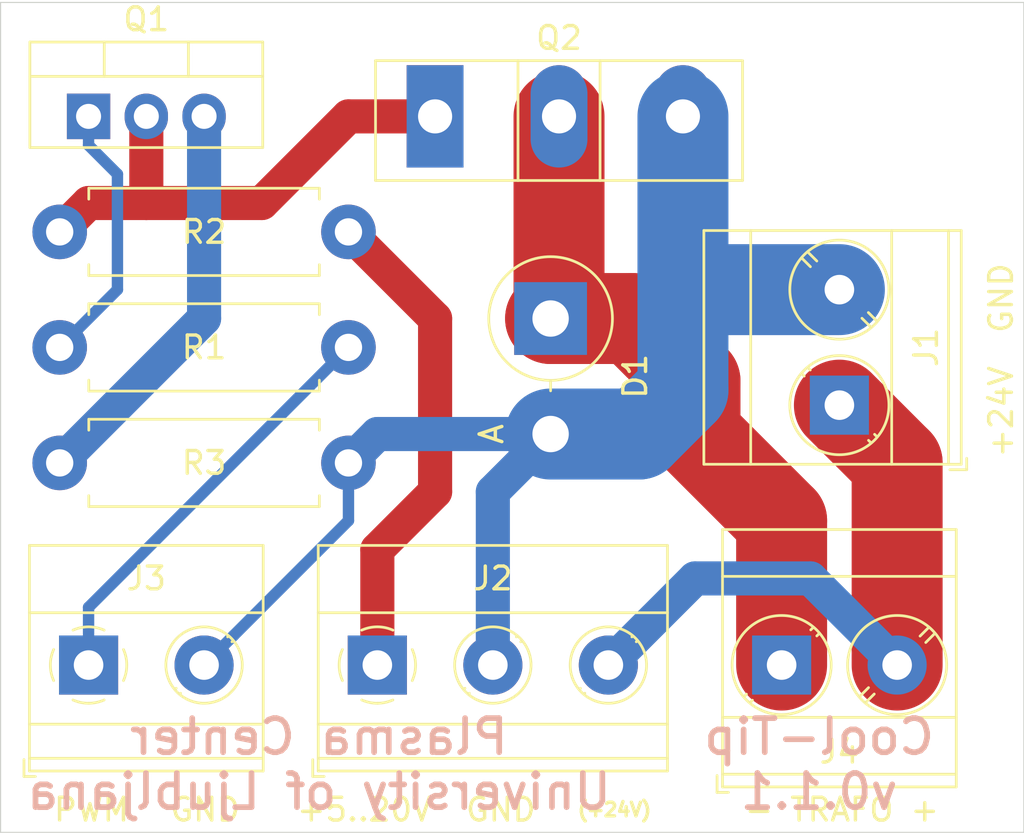
<source format=kicad_pcb>
(kicad_pcb (version 20171130) (host pcbnew "(5.1.2)-1")

  (general
    (thickness 1.6)
    (drawings 14)
    (tracks 43)
    (zones 0)
    (modules 10)
    (nets 9)
  )

  (page A4)
  (title_block
    (title "Flyback driver Cool-Tip")
    (date 2020-02-17)
    (rev v0.1.2)
    (company "University of Ljubljana, Biotechnical faculty")
  )

  (layers
    (0 F.Cu signal)
    (31 B.Cu signal)
    (32 B.Adhes user)
    (33 F.Adhes user)
    (34 B.Paste user)
    (35 F.Paste user)
    (36 B.SilkS user)
    (37 F.SilkS user)
    (38 B.Mask user)
    (39 F.Mask user)
    (40 Dwgs.User user)
    (41 Cmts.User user)
    (42 Eco1.User user)
    (43 Eco2.User user)
    (44 Edge.Cuts user)
    (45 Margin user)
    (46 B.CrtYd user)
    (47 F.CrtYd user)
    (48 B.Fab user)
    (49 F.Fab user)
  )

  (setup
    (last_trace_width 0.25)
    (trace_clearance 0.2)
    (zone_clearance 0.508)
    (zone_45_only no)
    (trace_min 0.25)
    (via_size 0.8)
    (via_drill 0.4)
    (via_min_size 0.4)
    (via_min_drill 0.3)
    (uvia_size 0.3)
    (uvia_drill 0.1)
    (uvias_allowed no)
    (uvia_min_size 0.2)
    (uvia_min_drill 0.1)
    (edge_width 0.05)
    (segment_width 0.2)
    (pcb_text_width 0.3)
    (pcb_text_size 1.5 1.5)
    (mod_edge_width 0.12)
    (mod_text_size 1 1)
    (mod_text_width 0.15)
    (pad_size 3.2 3.2)
    (pad_drill 1.6)
    (pad_to_mask_clearance 0.051)
    (solder_mask_min_width 0.25)
    (aux_axis_origin 0 0)
    (visible_elements 7FFFFFFF)
    (pcbplotparams
      (layerselection 0x010fc_ffffffff)
      (usegerberextensions false)
      (usegerberattributes false)
      (usegerberadvancedattributes false)
      (creategerberjobfile false)
      (excludeedgelayer true)
      (linewidth 0.100000)
      (plotframeref false)
      (viasonmask false)
      (mode 1)
      (useauxorigin false)
      (hpglpennumber 1)
      (hpglpenspeed 20)
      (hpglpendiameter 15.000000)
      (psnegative false)
      (psa4output false)
      (plotreference true)
      (plotvalue true)
      (plotinvisibletext false)
      (padsonsilk false)
      (subtractmaskfromsilk false)
      (outputformat 1)
      (mirror false)
      (drillshape 1)
      (scaleselection 1)
      (outputdirectory ""))
  )

  (net 0 "")
  (net 1 "Net-(D1-Pad1)")
  (net 2 GND)
  (net 3 +24V)
  (net 4 +12V)
  (net 5 "Net-(J3-Pad1)")
  (net 6 "Net-(Q1-Pad1)")
  (net 7 "Net-(Q1-Pad2)")
  (net 8 "Net-(Q1-Pad3)")

  (net_class Default "Dies ist die voreingestellte Netzklasse."
    (clearance 0.2)
    (trace_width 0.25)
    (via_dia 0.8)
    (via_drill 0.4)
    (uvia_dia 0.3)
    (uvia_drill 0.1)
    (add_net +12V)
    (add_net +24V)
    (add_net GND)
    (add_net "Net-(D1-Pad1)")
    (add_net "Net-(J3-Pad1)")
    (add_net "Net-(Q1-Pad1)")
    (add_net "Net-(Q1-Pad2)")
    (add_net "Net-(Q1-Pad3)")
  )

  (module Resistor_THT:R_Axial_DIN0411_L9.9mm_D3.6mm_P12.70mm_Horizontal (layer F.Cu) (tedit 5AE5139B) (tstamp 5E43FF75)
    (at 101.6 95.25)
    (descr "Resistor, Axial_DIN0411 series, Axial, Horizontal, pin pitch=12.7mm, 1W, length*diameter=9.9*3.6mm^2")
    (tags "Resistor Axial_DIN0411 series Axial Horizontal pin pitch 12.7mm 1W length 9.9mm diameter 3.6mm")
    (path /5E47E572)
    (fp_text reference R3 (at 6.35 0) (layer F.SilkS)
      (effects (font (size 1 1) (thickness 0.15)))
    )
    (fp_text value 4R7 (at 6.35 1.27) (layer F.Fab)
      (effects (font (size 1 1) (thickness 0.15)))
    )
    (fp_text user %R (at 6.35 0) (layer F.Fab)
      (effects (font (size 1 1) (thickness 0.15)))
    )
    (fp_line (start 14.15 -2.05) (end -1.45 -2.05) (layer F.CrtYd) (width 0.05))
    (fp_line (start 14.15 2.05) (end 14.15 -2.05) (layer F.CrtYd) (width 0.05))
    (fp_line (start -1.45 2.05) (end 14.15 2.05) (layer F.CrtYd) (width 0.05))
    (fp_line (start -1.45 -2.05) (end -1.45 2.05) (layer F.CrtYd) (width 0.05))
    (fp_line (start 11.42 1.92) (end 11.42 1.44) (layer F.SilkS) (width 0.12))
    (fp_line (start 1.28 1.92) (end 11.42 1.92) (layer F.SilkS) (width 0.12))
    (fp_line (start 1.28 1.44) (end 1.28 1.92) (layer F.SilkS) (width 0.12))
    (fp_line (start 11.42 -1.92) (end 11.42 -1.44) (layer F.SilkS) (width 0.12))
    (fp_line (start 1.28 -1.92) (end 11.42 -1.92) (layer F.SilkS) (width 0.12))
    (fp_line (start 1.28 -1.44) (end 1.28 -1.92) (layer F.SilkS) (width 0.12))
    (fp_line (start 12.7 0) (end 11.3 0) (layer F.Fab) (width 0.1))
    (fp_line (start 0 0) (end 1.4 0) (layer F.Fab) (width 0.1))
    (fp_line (start 11.3 -1.8) (end 1.4 -1.8) (layer F.Fab) (width 0.1))
    (fp_line (start 11.3 1.8) (end 11.3 -1.8) (layer F.Fab) (width 0.1))
    (fp_line (start 1.4 1.8) (end 11.3 1.8) (layer F.Fab) (width 0.1))
    (fp_line (start 1.4 -1.8) (end 1.4 1.8) (layer F.Fab) (width 0.1))
    (pad 2 thru_hole oval (at 12.7 0) (size 2.4 2.4) (drill 1.2) (layers *.Cu *.Mask)
      (net 2 GND))
    (pad 1 thru_hole circle (at 0 0) (size 2.4 2.4) (drill 1.2) (layers *.Cu *.Mask)
      (net 8 "Net-(Q1-Pad3)"))
    (model ${KISYS3DMOD}/Resistor_THT.3dshapes/R_Axial_DIN0411_L9.9mm_D3.6mm_P12.70mm_Horizontal.wrl
      (at (xyz 0 0 0))
      (scale (xyz 1 1 1))
      (rotate (xyz 0 0 0))
    )
  )

  (module Resistor_THT:R_Axial_DIN0411_L9.9mm_D3.6mm_P12.70mm_Horizontal (layer F.Cu) (tedit 5AE5139B) (tstamp 5E43B4CF)
    (at 101.6 90.17)
    (descr "Resistor, Axial_DIN0411 series, Axial, Horizontal, pin pitch=12.7mm, 1W, length*diameter=9.9*3.6mm^2")
    (tags "Resistor Axial_DIN0411 series Axial Horizontal pin pitch 12.7mm 1W length 9.9mm diameter 3.6mm")
    (path /5E42AE96)
    (fp_text reference R1 (at 6.35 0) (layer F.SilkS)
      (effects (font (size 1 1) (thickness 0.15)))
    )
    (fp_text value 330R (at 6.35 1.27) (layer F.Fab)
      (effects (font (size 1 1) (thickness 0.15)))
    )
    (fp_text user %R (at 6.35 0) (layer F.Fab)
      (effects (font (size 1 1) (thickness 0.15)))
    )
    (fp_line (start 14.15 -2.05) (end -1.45 -2.05) (layer F.CrtYd) (width 0.05))
    (fp_line (start 14.15 2.05) (end 14.15 -2.05) (layer F.CrtYd) (width 0.05))
    (fp_line (start -1.45 2.05) (end 14.15 2.05) (layer F.CrtYd) (width 0.05))
    (fp_line (start -1.45 -2.05) (end -1.45 2.05) (layer F.CrtYd) (width 0.05))
    (fp_line (start 11.42 1.92) (end 11.42 1.44) (layer F.SilkS) (width 0.12))
    (fp_line (start 1.28 1.92) (end 11.42 1.92) (layer F.SilkS) (width 0.12))
    (fp_line (start 1.28 1.44) (end 1.28 1.92) (layer F.SilkS) (width 0.12))
    (fp_line (start 11.42 -1.92) (end 11.42 -1.44) (layer F.SilkS) (width 0.12))
    (fp_line (start 1.28 -1.92) (end 11.42 -1.92) (layer F.SilkS) (width 0.12))
    (fp_line (start 1.28 -1.44) (end 1.28 -1.92) (layer F.SilkS) (width 0.12))
    (fp_line (start 12.7 0) (end 11.3 0) (layer F.Fab) (width 0.1))
    (fp_line (start 0 0) (end 1.4 0) (layer F.Fab) (width 0.1))
    (fp_line (start 11.3 -1.8) (end 1.4 -1.8) (layer F.Fab) (width 0.1))
    (fp_line (start 11.3 1.8) (end 11.3 -1.8) (layer F.Fab) (width 0.1))
    (fp_line (start 1.4 1.8) (end 11.3 1.8) (layer F.Fab) (width 0.1))
    (fp_line (start 1.4 -1.8) (end 1.4 1.8) (layer F.Fab) (width 0.1))
    (pad 2 thru_hole oval (at 12.7 0) (size 2.4 2.4) (drill 1.2) (layers *.Cu *.Mask)
      (net 5 "Net-(J3-Pad1)"))
    (pad 1 thru_hole circle (at 0 0) (size 2.4 2.4) (drill 1.2) (layers *.Cu *.Mask)
      (net 6 "Net-(Q1-Pad1)"))
    (model ${KISYS3DMOD}/Resistor_THT.3dshapes/R_Axial_DIN0411_L9.9mm_D3.6mm_P12.70mm_Horizontal.wrl
      (at (xyz 0 0 0))
      (scale (xyz 1 1 1))
      (rotate (xyz 0 0 0))
    )
  )

  (module TerminalBlock_Phoenix:TerminalBlock_Phoenix_MKDS-1,5-2-5.08_1x02_P5.08mm_Horizontal (layer F.Cu) (tedit 5B294EBC) (tstamp 5E43B45A)
    (at 102.87 104.14)
    (descr "Terminal Block Phoenix MKDS-1,5-2-5.08, 2 pins, pitch 5.08mm, size 10.2x9.8mm^2, drill diamater 1.3mm, pad diameter 2.6mm, see http://www.farnell.com/datasheets/100425.pdf, script-generated using https://github.com/pointhi/kicad-footprint-generator/scripts/TerminalBlock_Phoenix")
    (tags "THT Terminal Block Phoenix MKDS-1,5-2-5.08 pitch 5.08mm size 10.2x9.8mm^2 drill 1.3mm pad 2.6mm")
    (path /5E431FCB)
    (fp_text reference J3 (at 2.54 -3.81) (layer F.SilkS)
      (effects (font (size 1 1) (thickness 0.15)))
    )
    (fp_text value "PWM IN" (at 2.54 5.66) (layer F.Fab)
      (effects (font (size 1 1) (thickness 0.15)))
    )
    (fp_text user %R (at 2.54 3.2) (layer F.Fab)
      (effects (font (size 1 1) (thickness 0.15)))
    )
    (fp_line (start 8.13 -5.71) (end -3.04 -5.71) (layer F.CrtYd) (width 0.05))
    (fp_line (start 8.13 5.1) (end 8.13 -5.71) (layer F.CrtYd) (width 0.05))
    (fp_line (start -3.04 5.1) (end 8.13 5.1) (layer F.CrtYd) (width 0.05))
    (fp_line (start -3.04 -5.71) (end -3.04 5.1) (layer F.CrtYd) (width 0.05))
    (fp_line (start -2.84 4.9) (end -2.34 4.9) (layer F.SilkS) (width 0.12))
    (fp_line (start -2.84 4.16) (end -2.84 4.9) (layer F.SilkS) (width 0.12))
    (fp_line (start 3.853 1.023) (end 3.806 1.069) (layer F.SilkS) (width 0.12))
    (fp_line (start 6.15 -1.275) (end 6.115 -1.239) (layer F.SilkS) (width 0.12))
    (fp_line (start 4.046 1.239) (end 4.011 1.274) (layer F.SilkS) (width 0.12))
    (fp_line (start 6.355 -1.069) (end 6.308 -1.023) (layer F.SilkS) (width 0.12))
    (fp_line (start 6.035 -1.138) (end 3.943 0.955) (layer F.Fab) (width 0.1))
    (fp_line (start 6.218 -0.955) (end 4.126 1.138) (layer F.Fab) (width 0.1))
    (fp_line (start 0.955 -1.138) (end -1.138 0.955) (layer F.Fab) (width 0.1))
    (fp_line (start 1.138 -0.955) (end -0.955 1.138) (layer F.Fab) (width 0.1))
    (fp_line (start 7.68 -5.261) (end 7.68 4.66) (layer F.SilkS) (width 0.12))
    (fp_line (start -2.6 -5.261) (end -2.6 4.66) (layer F.SilkS) (width 0.12))
    (fp_line (start -2.6 4.66) (end 7.68 4.66) (layer F.SilkS) (width 0.12))
    (fp_line (start -2.6 -5.261) (end 7.68 -5.261) (layer F.SilkS) (width 0.12))
    (fp_line (start -2.6 -2.301) (end 7.68 -2.301) (layer F.SilkS) (width 0.12))
    (fp_line (start -2.54 -2.3) (end 7.62 -2.3) (layer F.Fab) (width 0.1))
    (fp_line (start -2.6 2.6) (end 7.68 2.6) (layer F.SilkS) (width 0.12))
    (fp_line (start -2.54 2.6) (end 7.62 2.6) (layer F.Fab) (width 0.1))
    (fp_line (start -2.6 4.1) (end 7.68 4.1) (layer F.SilkS) (width 0.12))
    (fp_line (start -2.54 4.1) (end 7.62 4.1) (layer F.Fab) (width 0.1))
    (fp_line (start -2.54 4.1) (end -2.54 -5.2) (layer F.Fab) (width 0.1))
    (fp_line (start -2.04 4.6) (end -2.54 4.1) (layer F.Fab) (width 0.1))
    (fp_line (start 7.62 4.6) (end -2.04 4.6) (layer F.Fab) (width 0.1))
    (fp_line (start 7.62 -5.2) (end 7.62 4.6) (layer F.Fab) (width 0.1))
    (fp_line (start -2.54 -5.2) (end 7.62 -5.2) (layer F.Fab) (width 0.1))
    (fp_circle (center 5.08 0) (end 6.76 0) (layer F.SilkS) (width 0.12))
    (fp_circle (center 5.08 0) (end 6.58 0) (layer F.Fab) (width 0.1))
    (fp_circle (center 0 0) (end 1.5 0) (layer F.Fab) (width 0.1))
    (fp_arc (start 0 0) (end -0.684 1.535) (angle -25) (layer F.SilkS) (width 0.12))
    (fp_arc (start 0 0) (end -1.535 -0.684) (angle -48) (layer F.SilkS) (width 0.12))
    (fp_arc (start 0 0) (end 0.684 -1.535) (angle -48) (layer F.SilkS) (width 0.12))
    (fp_arc (start 0 0) (end 1.535 0.684) (angle -48) (layer F.SilkS) (width 0.12))
    (fp_arc (start 0 0) (end 0 1.68) (angle -24) (layer F.SilkS) (width 0.12))
    (pad 2 thru_hole circle (at 5.08 0) (size 2.6 2.6) (drill 1.3) (layers *.Cu *.Mask)
      (net 2 GND))
    (pad 1 thru_hole rect (at 0 0) (size 2.6 2.6) (drill 1.3) (layers *.Cu *.Mask)
      (net 5 "Net-(J3-Pad1)"))
    (model ${KISYS3DMOD}/TerminalBlock_Phoenix.3dshapes/TerminalBlock_Phoenix_MKDS-1,5-2-5.08_1x02_P5.08mm_Horizontal.wrl
      (at (xyz 0 0 0))
      (scale (xyz 1 1 1))
      (rotate (xyz 0 0 0))
    )
  )

  (module Diode_THT:D_DO-201AD_P5.08mm_Vertical_AnodeUp (layer F.Cu) (tedit 5AE50CD5) (tstamp 5E43B3D6)
    (at 123.19 88.9 270)
    (descr "Diode, DO-201AD series, Axial, Vertical, pin pitch=5.08mm, , length*diameter=9.5*5.2mm^2, , http://www.diodes.com/_files/packages/DO-201AD.pdf")
    (tags "Diode DO-201AD series Axial Vertical pin pitch 5.08mm  length 9.5mm diameter 5.2mm")
    (path /5E42B65A)
    (fp_text reference D1 (at 2.54 -3.72 90) (layer F.SilkS)
      (effects (font (size 1 1) (thickness 0.15)))
    )
    (fp_text value UF4007 (at 2.54 5.498 90) (layer F.Fab)
      (effects (font (size 1 1) (thickness 0.15)))
    )
    (fp_text user A (at 5.08 2.6 90) (layer F.SilkS)
      (effects (font (size 1 1) (thickness 0.15)))
    )
    (fp_text user A (at 5.08 2.6 90) (layer F.Fab)
      (effects (font (size 1 1) (thickness 0.15)))
    )
    (fp_text user %R (at 2.54 -3.72 90) (layer F.Fab)
      (effects (font (size 1 1) (thickness 0.15)))
    )
    (fp_line (start 6.93 -2.85) (end -2.85 -2.85) (layer F.CrtYd) (width 0.05))
    (fp_line (start 6.93 2.85) (end 6.93 -2.85) (layer F.CrtYd) (width 0.05))
    (fp_line (start -2.85 2.85) (end 6.93 2.85) (layer F.CrtYd) (width 0.05))
    (fp_line (start -2.85 -2.85) (end -2.85 2.85) (layer F.CrtYd) (width 0.05))
    (fp_line (start 2.72 0) (end 3.18 0) (layer F.SilkS) (width 0.12))
    (fp_line (start 0 0) (end 5.08 0) (layer F.Fab) (width 0.1))
    (fp_circle (center 0 0) (end 2.72 0) (layer F.SilkS) (width 0.12))
    (fp_circle (center 0 0) (end 2.6 0) (layer F.Fab) (width 0.1))
    (pad 2 thru_hole oval (at 5.08 0 270) (size 3.2 3.2) (drill 1.6) (layers *.Cu *.Mask)
      (net 2 GND))
    (pad 1 thru_hole rect (at 0 0 270) (size 3.2 3.2) (drill 1.6) (layers *.Cu *.Mask)
      (net 1 "Net-(D1-Pad1)"))
    (model ${KISYS3DMOD}/Diode_THT.3dshapes/D_DO-201AD_P5.08mm_Vertical_AnodeUp.wrl
      (at (xyz 0 0 0))
      (scale (xyz 1 1 1))
      (rotate (xyz 0 0 0))
    )
  )

  (module Package_TO_SOT_THT:TO-247-3_Vertical (layer F.Cu) (tedit 5AC86DC3) (tstamp 5E43B4B8)
    (at 118.11 80.01)
    (descr "TO-247-3, Vertical, RM 5.45mm, see https://toshiba.semicon-storage.com/us/product/mosfet/to-247-4l.html")
    (tags "TO-247-3 Vertical RM 5.45mm")
    (path /5E42CB8F)
    (fp_text reference Q2 (at 5.45 -3.45) (layer F.SilkS)
      (effects (font (size 1 1) (thickness 0.15)))
    )
    (fp_text value IPW60 (at 5.45 3.95) (layer F.Fab)
      (effects (font (size 1 1) (thickness 0.15)))
    )
    (fp_text user %R (at 5.45 -3.45) (layer F.Fab)
      (effects (font (size 1 1) (thickness 0.15)))
    )
    (fp_line (start 13.65 -2.59) (end -2.75 -2.59) (layer F.CrtYd) (width 0.05))
    (fp_line (start 13.65 2.95) (end 13.65 -2.59) (layer F.CrtYd) (width 0.05))
    (fp_line (start -2.75 2.95) (end 13.65 2.95) (layer F.CrtYd) (width 0.05))
    (fp_line (start -2.75 -2.59) (end -2.75 2.95) (layer F.CrtYd) (width 0.05))
    (fp_line (start 7.255 -2.451) (end 7.255 2.82) (layer F.SilkS) (width 0.12))
    (fp_line (start 3.646 -2.451) (end 3.646 2.82) (layer F.SilkS) (width 0.12))
    (fp_line (start 13.52 -2.451) (end 13.52 2.82) (layer F.SilkS) (width 0.12))
    (fp_line (start -2.62 -2.451) (end -2.62 2.82) (layer F.SilkS) (width 0.12))
    (fp_line (start -2.62 2.82) (end 13.52 2.82) (layer F.SilkS) (width 0.12))
    (fp_line (start -2.62 -2.451) (end 13.52 -2.451) (layer F.SilkS) (width 0.12))
    (fp_line (start 7.255 -2.33) (end 7.255 2.7) (layer F.Fab) (width 0.1))
    (fp_line (start 3.645 -2.33) (end 3.645 2.7) (layer F.Fab) (width 0.1))
    (fp_line (start 13.4 -2.33) (end -2.5 -2.33) (layer F.Fab) (width 0.1))
    (fp_line (start 13.4 2.7) (end 13.4 -2.33) (layer F.Fab) (width 0.1))
    (fp_line (start -2.5 2.7) (end 13.4 2.7) (layer F.Fab) (width 0.1))
    (fp_line (start -2.5 -2.33) (end -2.5 2.7) (layer F.Fab) (width 0.1))
    (pad 3 thru_hole oval (at 10.9 0) (size 2.5 4.5) (drill 1.5) (layers *.Cu *.Mask)
      (net 2 GND))
    (pad 2 thru_hole oval (at 5.45 0) (size 2.5 4.5) (drill 1.5) (layers *.Cu *.Mask)
      (net 1 "Net-(D1-Pad1)"))
    (pad 1 thru_hole rect (at 0 0) (size 2.5 4.5) (drill 1.5) (layers *.Cu *.Mask)
      (net 7 "Net-(Q1-Pad2)"))
    (model ${KISYS3DMOD}/Package_TO_SOT_THT.3dshapes/TO-247-3_Vertical.wrl
      (at (xyz 0 0 0))
      (scale (xyz 1 1 1))
      (rotate (xyz 0 0 0))
    )
  )

  (module TerminalBlock_Phoenix:TerminalBlock_Phoenix_MKDS-3-2-5.08_1x02_P5.08mm_Horizontal (layer F.Cu) (tedit 5B294F11) (tstamp 5E43B402)
    (at 135.89 92.71 90)
    (descr "Terminal Block Phoenix MKDS-3-2-5.08, 2 pins, pitch 5.08mm, size 10.2x11.2mm^2, drill diamater 1.3mm, pad diameter 2.6mm, see http://www.farnell.com/datasheets/2138224.pdf, script-generated using https://github.com/pointhi/kicad-footprint-generator/scripts/TerminalBlock_Phoenix")
    (tags "THT Terminal Block Phoenix MKDS-3-2-5.08 pitch 5.08mm size 10.2x11.2mm^2 drill 1.3mm pad 2.6mm")
    (path /5E430B4F)
    (fp_text reference J1 (at 2.54 3.81 90) (layer F.SilkS)
      (effects (font (size 1 1) (thickness 0.15)))
    )
    (fp_text value +24V (at 2.54 6.36 90) (layer F.Fab)
      (effects (font (size 1 1) (thickness 0.15)))
    )
    (fp_text user %R (at 2.54 3.1 90) (layer F.Fab)
      (effects (font (size 1 1) (thickness 0.15)))
    )
    (fp_line (start 8.13 -6.4) (end -3.04 -6.4) (layer F.CrtYd) (width 0.05))
    (fp_line (start 8.13 5.8) (end 8.13 -6.4) (layer F.CrtYd) (width 0.05))
    (fp_line (start -3.04 5.8) (end 8.13 5.8) (layer F.CrtYd) (width 0.05))
    (fp_line (start -3.04 -6.4) (end -3.04 5.8) (layer F.CrtYd) (width 0.05))
    (fp_line (start -2.84 5.6) (end -2.34 5.6) (layer F.SilkS) (width 0.12))
    (fp_line (start -2.84 4.86) (end -2.84 5.6) (layer F.SilkS) (width 0.12))
    (fp_line (start 3.822 0.992) (end 3.427 1.388) (layer F.SilkS) (width 0.12))
    (fp_line (start 6.468 -1.654) (end 6.088 -1.274) (layer F.SilkS) (width 0.12))
    (fp_line (start 4.073 1.274) (end 3.693 1.654) (layer F.SilkS) (width 0.12))
    (fp_line (start 6.734 -1.388) (end 6.339 -0.992) (layer F.SilkS) (width 0.12))
    (fp_line (start 6.353 -1.517) (end 3.564 1.273) (layer F.Fab) (width 0.1))
    (fp_line (start 6.597 -1.273) (end 3.808 1.517) (layer F.Fab) (width 0.1))
    (fp_line (start -1.548 1.281) (end -1.654 1.388) (layer F.SilkS) (width 0.12))
    (fp_line (start 1.388 -1.654) (end 1.281 -1.547) (layer F.SilkS) (width 0.12))
    (fp_line (start -1.282 1.547) (end -1.388 1.654) (layer F.SilkS) (width 0.12))
    (fp_line (start 1.654 -1.388) (end 1.547 -1.281) (layer F.SilkS) (width 0.12))
    (fp_line (start 1.273 -1.517) (end -1.517 1.273) (layer F.Fab) (width 0.1))
    (fp_line (start 1.517 -1.273) (end -1.273 1.517) (layer F.Fab) (width 0.1))
    (fp_line (start 7.68 -5.96) (end 7.68 5.36) (layer F.SilkS) (width 0.12))
    (fp_line (start -2.6 -5.96) (end -2.6 5.36) (layer F.SilkS) (width 0.12))
    (fp_line (start -2.6 5.36) (end 7.68 5.36) (layer F.SilkS) (width 0.12))
    (fp_line (start -2.6 -5.96) (end 7.68 -5.96) (layer F.SilkS) (width 0.12))
    (fp_line (start -2.6 -3.9) (end 7.68 -3.9) (layer F.SilkS) (width 0.12))
    (fp_line (start -2.54 -3.9) (end 7.62 -3.9) (layer F.Fab) (width 0.1))
    (fp_line (start -2.6 2.3) (end 7.68 2.3) (layer F.SilkS) (width 0.12))
    (fp_line (start -2.54 2.3) (end 7.62 2.3) (layer F.Fab) (width 0.1))
    (fp_line (start -2.6 4.8) (end 7.68 4.8) (layer F.SilkS) (width 0.12))
    (fp_line (start -2.54 4.8) (end 7.62 4.8) (layer F.Fab) (width 0.1))
    (fp_line (start -2.54 4.8) (end -2.54 -5.9) (layer F.Fab) (width 0.1))
    (fp_line (start -2.04 5.3) (end -2.54 4.8) (layer F.Fab) (width 0.1))
    (fp_line (start 7.62 5.3) (end -2.04 5.3) (layer F.Fab) (width 0.1))
    (fp_line (start 7.62 -5.9) (end 7.62 5.3) (layer F.Fab) (width 0.1))
    (fp_line (start -2.54 -5.9) (end 7.62 -5.9) (layer F.Fab) (width 0.1))
    (fp_circle (center 5.08 0) (end 7.26 0) (layer F.SilkS) (width 0.12))
    (fp_circle (center 5.08 0) (end 7.08 0) (layer F.Fab) (width 0.1))
    (fp_circle (center 0 0) (end 2.18 0) (layer F.SilkS) (width 0.12))
    (fp_circle (center 0 0) (end 2 0) (layer F.Fab) (width 0.1))
    (pad 2 thru_hole circle (at 5.08 0 90) (size 2.6 2.6) (drill 1.3) (layers *.Cu *.Mask)
      (net 2 GND))
    (pad 1 thru_hole rect (at 0 0 90) (size 2.6 2.6) (drill 1.3) (layers *.Cu *.Mask)
      (net 3 +24V))
    (model ${KISYS3DMOD}/TerminalBlock_Phoenix.3dshapes/TerminalBlock_Phoenix_MKDS-3-2-5.08_1x02_P5.08mm_Horizontal.wrl
      (at (xyz 0 0 0))
      (scale (xyz 1 1 1))
      (rotate (xyz 0 0 0))
    )
  )

  (module TerminalBlock_Phoenix:TerminalBlock_Phoenix_MKDS-3-2-5.08_1x02_P5.08mm_Horizontal (layer F.Cu) (tedit 5B294F11) (tstamp 5E43B486)
    (at 133.35 104.14)
    (descr "Terminal Block Phoenix MKDS-3-2-5.08, 2 pins, pitch 5.08mm, size 10.2x11.2mm^2, drill diamater 1.3mm, pad diameter 2.6mm, see http://www.farnell.com/datasheets/2138224.pdf, script-generated using https://github.com/pointhi/kicad-footprint-generator/scripts/TerminalBlock_Phoenix")
    (tags "THT Terminal Block Phoenix MKDS-3-2-5.08 pitch 5.08mm size 10.2x11.2mm^2 drill 1.3mm pad 2.6mm")
    (path /5E4319B9)
    (fp_text reference J4 (at 2.54 3.81) (layer F.SilkS)
      (effects (font (size 1 1) (thickness 0.15)))
    )
    (fp_text value TRAFO (at 2.54 6.36) (layer F.Fab)
      (effects (font (size 1 1) (thickness 0.15)))
    )
    (fp_text user %R (at 2.54 3.1) (layer F.Fab)
      (effects (font (size 1 1) (thickness 0.15)))
    )
    (fp_line (start 8.13 -6.4) (end -3.04 -6.4) (layer F.CrtYd) (width 0.05))
    (fp_line (start 8.13 5.8) (end 8.13 -6.4) (layer F.CrtYd) (width 0.05))
    (fp_line (start -3.04 5.8) (end 8.13 5.8) (layer F.CrtYd) (width 0.05))
    (fp_line (start -3.04 -6.4) (end -3.04 5.8) (layer F.CrtYd) (width 0.05))
    (fp_line (start -2.84 5.6) (end -2.34 5.6) (layer F.SilkS) (width 0.12))
    (fp_line (start -2.84 4.86) (end -2.84 5.6) (layer F.SilkS) (width 0.12))
    (fp_line (start 3.822 0.992) (end 3.427 1.388) (layer F.SilkS) (width 0.12))
    (fp_line (start 6.468 -1.654) (end 6.088 -1.274) (layer F.SilkS) (width 0.12))
    (fp_line (start 4.073 1.274) (end 3.693 1.654) (layer F.SilkS) (width 0.12))
    (fp_line (start 6.734 -1.388) (end 6.339 -0.992) (layer F.SilkS) (width 0.12))
    (fp_line (start 6.353 -1.517) (end 3.564 1.273) (layer F.Fab) (width 0.1))
    (fp_line (start 6.597 -1.273) (end 3.808 1.517) (layer F.Fab) (width 0.1))
    (fp_line (start -1.548 1.281) (end -1.654 1.388) (layer F.SilkS) (width 0.12))
    (fp_line (start 1.388 -1.654) (end 1.281 -1.547) (layer F.SilkS) (width 0.12))
    (fp_line (start -1.282 1.547) (end -1.388 1.654) (layer F.SilkS) (width 0.12))
    (fp_line (start 1.654 -1.388) (end 1.547 -1.281) (layer F.SilkS) (width 0.12))
    (fp_line (start 1.273 -1.517) (end -1.517 1.273) (layer F.Fab) (width 0.1))
    (fp_line (start 1.517 -1.273) (end -1.273 1.517) (layer F.Fab) (width 0.1))
    (fp_line (start 7.68 -5.96) (end 7.68 5.36) (layer F.SilkS) (width 0.12))
    (fp_line (start -2.6 -5.96) (end -2.6 5.36) (layer F.SilkS) (width 0.12))
    (fp_line (start -2.6 5.36) (end 7.68 5.36) (layer F.SilkS) (width 0.12))
    (fp_line (start -2.6 -5.96) (end 7.68 -5.96) (layer F.SilkS) (width 0.12))
    (fp_line (start -2.6 -3.9) (end 7.68 -3.9) (layer F.SilkS) (width 0.12))
    (fp_line (start -2.54 -3.9) (end 7.62 -3.9) (layer F.Fab) (width 0.1))
    (fp_line (start -2.6 2.3) (end 7.68 2.3) (layer F.SilkS) (width 0.12))
    (fp_line (start -2.54 2.3) (end 7.62 2.3) (layer F.Fab) (width 0.1))
    (fp_line (start -2.6 4.8) (end 7.68 4.8) (layer F.SilkS) (width 0.12))
    (fp_line (start -2.54 4.8) (end 7.62 4.8) (layer F.Fab) (width 0.1))
    (fp_line (start -2.54 4.8) (end -2.54 -5.9) (layer F.Fab) (width 0.1))
    (fp_line (start -2.04 5.3) (end -2.54 4.8) (layer F.Fab) (width 0.1))
    (fp_line (start 7.62 5.3) (end -2.04 5.3) (layer F.Fab) (width 0.1))
    (fp_line (start 7.62 -5.9) (end 7.62 5.3) (layer F.Fab) (width 0.1))
    (fp_line (start -2.54 -5.9) (end 7.62 -5.9) (layer F.Fab) (width 0.1))
    (fp_circle (center 5.08 0) (end 7.26 0) (layer F.SilkS) (width 0.12))
    (fp_circle (center 5.08 0) (end 7.08 0) (layer F.Fab) (width 0.1))
    (fp_circle (center 0 0) (end 2.18 0) (layer F.SilkS) (width 0.12))
    (fp_circle (center 0 0) (end 2 0) (layer F.Fab) (width 0.1))
    (pad 2 thru_hole circle (at 5.08 0) (size 2.6 2.6) (drill 1.3) (layers *.Cu *.Mask)
      (net 3 +24V))
    (pad 1 thru_hole rect (at 0 0) (size 2.6 2.6) (drill 1.3) (layers *.Cu *.Mask)
      (net 1 "Net-(D1-Pad1)"))
    (model ${KISYS3DMOD}/TerminalBlock_Phoenix.3dshapes/TerminalBlock_Phoenix_MKDS-3-2-5.08_1x02_P5.08mm_Horizontal.wrl
      (at (xyz 0 0 0))
      (scale (xyz 1 1 1))
      (rotate (xyz 0 0 0))
    )
  )

  (module Package_TO_SOT_THT:TO-220-3_Vertical (layer F.Cu) (tedit 5AC8BA0D) (tstamp 5E43B4A0)
    (at 102.87 80.01)
    (descr "TO-220-3, Vertical, RM 2.54mm, see https://www.vishay.com/docs/66542/to-220-1.pdf")
    (tags "TO-220-3 Vertical RM 2.54mm")
    (path /5E42A30A)
    (fp_text reference Q1 (at 2.54 -4.27) (layer F.SilkS)
      (effects (font (size 1 1) (thickness 0.15)))
    )
    (fp_text value TIP41C (at 2.54 2.5) (layer F.Fab)
      (effects (font (size 1 1) (thickness 0.15)))
    )
    (fp_line (start -2.46 -3.15) (end -2.46 1.25) (layer F.Fab) (width 0.1))
    (fp_line (start -2.46 1.25) (end 7.54 1.25) (layer F.Fab) (width 0.1))
    (fp_line (start 7.54 1.25) (end 7.54 -3.15) (layer F.Fab) (width 0.1))
    (fp_line (start 7.54 -3.15) (end -2.46 -3.15) (layer F.Fab) (width 0.1))
    (fp_line (start -2.46 -1.88) (end 7.54 -1.88) (layer F.Fab) (width 0.1))
    (fp_line (start 0.69 -3.15) (end 0.69 -1.88) (layer F.Fab) (width 0.1))
    (fp_line (start 4.39 -3.15) (end 4.39 -1.88) (layer F.Fab) (width 0.1))
    (fp_line (start -2.58 -3.27) (end 7.66 -3.27) (layer F.SilkS) (width 0.12))
    (fp_line (start -2.58 1.371) (end 7.66 1.371) (layer F.SilkS) (width 0.12))
    (fp_line (start -2.58 -3.27) (end -2.58 1.371) (layer F.SilkS) (width 0.12))
    (fp_line (start 7.66 -3.27) (end 7.66 1.371) (layer F.SilkS) (width 0.12))
    (fp_line (start -2.58 -1.76) (end 7.66 -1.76) (layer F.SilkS) (width 0.12))
    (fp_line (start 0.69 -3.27) (end 0.69 -1.76) (layer F.SilkS) (width 0.12))
    (fp_line (start 4.391 -3.27) (end 4.391 -1.76) (layer F.SilkS) (width 0.12))
    (fp_line (start -2.71 -3.4) (end -2.71 1.51) (layer F.CrtYd) (width 0.05))
    (fp_line (start -2.71 1.51) (end 7.79 1.51) (layer F.CrtYd) (width 0.05))
    (fp_line (start 7.79 1.51) (end 7.79 -3.4) (layer F.CrtYd) (width 0.05))
    (fp_line (start 7.79 -3.4) (end -2.71 -3.4) (layer F.CrtYd) (width 0.05))
    (fp_text user %R (at 2.54 -4.27) (layer F.Fab)
      (effects (font (size 1 1) (thickness 0.15)))
    )
    (pad 1 thru_hole rect (at 0 0) (size 1.905 2) (drill 1.1) (layers *.Cu *.Mask)
      (net 6 "Net-(Q1-Pad1)"))
    (pad 2 thru_hole oval (at 2.54 0) (size 1.905 2) (drill 1.1) (layers *.Cu *.Mask)
      (net 7 "Net-(Q1-Pad2)"))
    (pad 3 thru_hole oval (at 5.08 0) (size 1.905 2) (drill 1.1) (layers *.Cu *.Mask)
      (net 8 "Net-(Q1-Pad3)"))
    (model ${KISYS3DMOD}/Package_TO_SOT_THT.3dshapes/TO-220-3_Vertical.wrl
      (at (xyz 0 0 0))
      (scale (xyz 1 1 1))
      (rotate (xyz 0 0 0))
    )
  )

  (module Resistor_THT:R_Axial_DIN0411_L9.9mm_D3.6mm_P12.70mm_Horizontal (layer F.Cu) (tedit 5AE5139B) (tstamp 5E43B4E6)
    (at 114.3 85.09 180)
    (descr "Resistor, Axial_DIN0411 series, Axial, Horizontal, pin pitch=12.7mm, 1W, length*diameter=9.9*3.6mm^2")
    (tags "Resistor Axial_DIN0411 series Axial Horizontal pin pitch 12.7mm 1W length 9.9mm diameter 3.6mm")
    (path /5E42AA9D)
    (fp_text reference R2 (at 6.35 0) (layer F.SilkS)
      (effects (font (size 1 1) (thickness 0.15)))
    )
    (fp_text value 47R (at 6.35 -1.27) (layer F.Fab)
      (effects (font (size 1 1) (thickness 0.15)))
    )
    (fp_line (start 1.4 -1.8) (end 1.4 1.8) (layer F.Fab) (width 0.1))
    (fp_line (start 1.4 1.8) (end 11.3 1.8) (layer F.Fab) (width 0.1))
    (fp_line (start 11.3 1.8) (end 11.3 -1.8) (layer F.Fab) (width 0.1))
    (fp_line (start 11.3 -1.8) (end 1.4 -1.8) (layer F.Fab) (width 0.1))
    (fp_line (start 0 0) (end 1.4 0) (layer F.Fab) (width 0.1))
    (fp_line (start 12.7 0) (end 11.3 0) (layer F.Fab) (width 0.1))
    (fp_line (start 1.28 -1.44) (end 1.28 -1.92) (layer F.SilkS) (width 0.12))
    (fp_line (start 1.28 -1.92) (end 11.42 -1.92) (layer F.SilkS) (width 0.12))
    (fp_line (start 11.42 -1.92) (end 11.42 -1.44) (layer F.SilkS) (width 0.12))
    (fp_line (start 1.28 1.44) (end 1.28 1.92) (layer F.SilkS) (width 0.12))
    (fp_line (start 1.28 1.92) (end 11.42 1.92) (layer F.SilkS) (width 0.12))
    (fp_line (start 11.42 1.92) (end 11.42 1.44) (layer F.SilkS) (width 0.12))
    (fp_line (start -1.45 -2.05) (end -1.45 2.05) (layer F.CrtYd) (width 0.05))
    (fp_line (start -1.45 2.05) (end 14.15 2.05) (layer F.CrtYd) (width 0.05))
    (fp_line (start 14.15 2.05) (end 14.15 -2.05) (layer F.CrtYd) (width 0.05))
    (fp_line (start 14.15 -2.05) (end -1.45 -2.05) (layer F.CrtYd) (width 0.05))
    (fp_text user %R (at 6.35 0) (layer F.Fab)
      (effects (font (size 1 1) (thickness 0.15)))
    )
    (pad 1 thru_hole circle (at 0 0 180) (size 2.4 2.4) (drill 1.2) (layers *.Cu *.Mask)
      (net 4 +12V))
    (pad 2 thru_hole oval (at 12.7 0 180) (size 2.4 2.4) (drill 1.2) (layers *.Cu *.Mask)
      (net 7 "Net-(Q1-Pad2)"))
    (model ${KISYS3DMOD}/Resistor_THT.3dshapes/R_Axial_DIN0411_L9.9mm_D3.6mm_P12.70mm_Horizontal.wrl
      (at (xyz 0 0 0))
      (scale (xyz 1 1 1))
      (rotate (xyz 0 0 0))
    )
  )

  (module TerminalBlock_Phoenix:TerminalBlock_Phoenix_MKDS-1,5-3-5.08_1x03_P5.08mm_Horizontal (layer F.Cu) (tedit 5B294EBC) (tstamp 5E440439)
    (at 115.57 104.14)
    (descr "Terminal Block Phoenix MKDS-1,5-3-5.08, 3 pins, pitch 5.08mm, size 15.2x9.8mm^2, drill diamater 1.3mm, pad diameter 2.6mm, see http://www.farnell.com/datasheets/100425.pdf, script-generated using https://github.com/pointhi/kicad-footprint-generator/scripts/TerminalBlock_Phoenix")
    (tags "THT Terminal Block Phoenix MKDS-1,5-3-5.08 pitch 5.08mm size 15.2x9.8mm^2 drill 1.3mm pad 2.6mm")
    (path /5E486D69)
    (fp_text reference J2 (at 5.08 -3.81) (layer F.SilkS)
      (effects (font (size 1 1) (thickness 0.15)))
    )
    (fp_text value +5..20V (at 5.08 5.66) (layer F.Fab)
      (effects (font (size 1 1) (thickness 0.15)))
    )
    (fp_arc (start 0 0) (end 0 1.68) (angle -24) (layer F.SilkS) (width 0.12))
    (fp_arc (start 0 0) (end 1.535 0.684) (angle -48) (layer F.SilkS) (width 0.12))
    (fp_arc (start 0 0) (end 0.684 -1.535) (angle -48) (layer F.SilkS) (width 0.12))
    (fp_arc (start 0 0) (end -1.535 -0.684) (angle -48) (layer F.SilkS) (width 0.12))
    (fp_arc (start 0 0) (end -0.684 1.535) (angle -25) (layer F.SilkS) (width 0.12))
    (fp_circle (center 0 0) (end 1.5 0) (layer F.Fab) (width 0.1))
    (fp_circle (center 5.08 0) (end 6.58 0) (layer F.Fab) (width 0.1))
    (fp_circle (center 5.08 0) (end 6.76 0) (layer F.SilkS) (width 0.12))
    (fp_circle (center 10.16 0) (end 11.66 0) (layer F.Fab) (width 0.1))
    (fp_circle (center 10.16 0) (end 11.84 0) (layer F.SilkS) (width 0.12))
    (fp_line (start -2.54 -5.2) (end 12.7 -5.2) (layer F.Fab) (width 0.1))
    (fp_line (start 12.7 -5.2) (end 12.7 4.6) (layer F.Fab) (width 0.1))
    (fp_line (start 12.7 4.6) (end -2.04 4.6) (layer F.Fab) (width 0.1))
    (fp_line (start -2.04 4.6) (end -2.54 4.1) (layer F.Fab) (width 0.1))
    (fp_line (start -2.54 4.1) (end -2.54 -5.2) (layer F.Fab) (width 0.1))
    (fp_line (start -2.54 4.1) (end 12.7 4.1) (layer F.Fab) (width 0.1))
    (fp_line (start -2.6 4.1) (end 12.76 4.1) (layer F.SilkS) (width 0.12))
    (fp_line (start -2.54 2.6) (end 12.7 2.6) (layer F.Fab) (width 0.1))
    (fp_line (start -2.6 2.6) (end 12.76 2.6) (layer F.SilkS) (width 0.12))
    (fp_line (start -2.54 -2.3) (end 12.7 -2.3) (layer F.Fab) (width 0.1))
    (fp_line (start -2.6 -2.301) (end 12.76 -2.301) (layer F.SilkS) (width 0.12))
    (fp_line (start -2.6 -5.261) (end 12.76 -5.261) (layer F.SilkS) (width 0.12))
    (fp_line (start -2.6 4.66) (end 12.76 4.66) (layer F.SilkS) (width 0.12))
    (fp_line (start -2.6 -5.261) (end -2.6 4.66) (layer F.SilkS) (width 0.12))
    (fp_line (start 12.76 -5.261) (end 12.76 4.66) (layer F.SilkS) (width 0.12))
    (fp_line (start 1.138 -0.955) (end -0.955 1.138) (layer F.Fab) (width 0.1))
    (fp_line (start 0.955 -1.138) (end -1.138 0.955) (layer F.Fab) (width 0.1))
    (fp_line (start 6.218 -0.955) (end 4.126 1.138) (layer F.Fab) (width 0.1))
    (fp_line (start 6.035 -1.138) (end 3.943 0.955) (layer F.Fab) (width 0.1))
    (fp_line (start 6.355 -1.069) (end 6.308 -1.023) (layer F.SilkS) (width 0.12))
    (fp_line (start 4.046 1.239) (end 4.011 1.274) (layer F.SilkS) (width 0.12))
    (fp_line (start 6.15 -1.275) (end 6.115 -1.239) (layer F.SilkS) (width 0.12))
    (fp_line (start 3.853 1.023) (end 3.806 1.069) (layer F.SilkS) (width 0.12))
    (fp_line (start 11.298 -0.955) (end 9.206 1.138) (layer F.Fab) (width 0.1))
    (fp_line (start 11.115 -1.138) (end 9.023 0.955) (layer F.Fab) (width 0.1))
    (fp_line (start 11.435 -1.069) (end 11.388 -1.023) (layer F.SilkS) (width 0.12))
    (fp_line (start 9.126 1.239) (end 9.091 1.274) (layer F.SilkS) (width 0.12))
    (fp_line (start 11.23 -1.275) (end 11.195 -1.239) (layer F.SilkS) (width 0.12))
    (fp_line (start 8.933 1.023) (end 8.886 1.069) (layer F.SilkS) (width 0.12))
    (fp_line (start -2.84 4.16) (end -2.84 4.9) (layer F.SilkS) (width 0.12))
    (fp_line (start -2.84 4.9) (end -2.34 4.9) (layer F.SilkS) (width 0.12))
    (fp_line (start -3.04 -5.71) (end -3.04 5.1) (layer F.CrtYd) (width 0.05))
    (fp_line (start -3.04 5.1) (end 13.21 5.1) (layer F.CrtYd) (width 0.05))
    (fp_line (start 13.21 5.1) (end 13.21 -5.71) (layer F.CrtYd) (width 0.05))
    (fp_line (start 13.21 -5.71) (end -3.04 -5.71) (layer F.CrtYd) (width 0.05))
    (fp_text user %R (at 5.08 3.2) (layer F.Fab)
      (effects (font (size 1 1) (thickness 0.15)))
    )
    (pad 1 thru_hole rect (at 0 0) (size 2.6 2.6) (drill 1.3) (layers *.Cu *.Mask)
      (net 4 +12V))
    (pad 2 thru_hole circle (at 5.08 0) (size 2.6 2.6) (drill 1.3) (layers *.Cu *.Mask)
      (net 2 GND))
    (pad 3 thru_hole circle (at 10.16 0) (size 2.6 2.6) (drill 1.3) (layers *.Cu *.Mask)
      (net 3 +24V))
    (model ${KISYS3DMOD}/TerminalBlock_Phoenix.3dshapes/TerminalBlock_Phoenix_MKDS-1,5-3-5.08_1x03_P5.08mm_Horizontal.wrl
      (at (xyz 0 0 0))
      (scale (xyz 1 1 1))
      (rotate (xyz 0 0 0))
    )
  )

  (gr_text "Cool-Tip\nv0.1.1" (at 135 108.5) (layer B.SilkS) (tstamp 5E4559BF)
    (effects (font (size 1.5 1.5) (thickness 0.25)) (justify mirror))
  )
  (gr_text "Plasma Center\nUniversity of Ljubljana" (at 113 108.5) (layer B.SilkS)
    (effects (font (size 1.5 1.5) (thickness 0.25)) (justify mirror))
  )
  (gr_line (start 144 111.5) (end 144 75) (layer Edge.Cuts) (width 0.05))
  (gr_line (start 99 111.5) (end 144 111.5) (layer Edge.Cuts) (width 0.05))
  (gr_text +5..20V (at 115 110.5) (layer F.SilkS)
    (effects (font (size 1 1) (thickness 0.15)))
  )
  (gr_text "(+24V)" (at 126 110.5) (layer F.SilkS)
    (effects (font (size 0.6 0.6) (thickness 0.15)))
  )
  (gr_text "- TRAFO +" (at 136 110.5) (layer F.SilkS)
    (effects (font (size 1 1) (thickness 0.15)))
  )
  (gr_text +24V (at 143 93 90) (layer F.SilkS)
    (effects (font (size 1 1) (thickness 0.15)))
  )
  (gr_text GND (at 143 88 90) (layer F.SilkS) (tstamp 5E4413E9)
    (effects (font (size 1 1) (thickness 0.15)))
  )
  (gr_text GND (at 121 110.5) (layer F.SilkS) (tstamp 5E4413E9)
    (effects (font (size 1 1) (thickness 0.15)))
  )
  (gr_text GND (at 108 110.5) (layer F.SilkS)
    (effects (font (size 1 1) (thickness 0.15)))
  )
  (gr_text PWM (at 103 110.5) (layer F.SilkS)
    (effects (font (size 1 1) (thickness 0.15)))
  )
  (gr_line (start 144 75) (end 99 75) (layer Edge.Cuts) (width 0.05) (tstamp 5E43FA0F))
  (gr_line (start 99 75) (end 99 111.5) (layer Edge.Cuts) (width 0.05))

  (segment (start 133.35 97.79) (end 129.54 93.98) (width 4) (layer F.Cu) (net 1))
  (segment (start 126.79 88.9) (end 123.19 88.9) (width 4) (layer F.Cu) (net 1))
  (segment (start 129.54 91.65) (end 126.79 88.9) (width 4) (layer F.Cu) (net 1))
  (segment (start 129.54 93.98) (end 129.54 91.65) (width 4) (layer F.Cu) (net 1))
  (segment (start 123.56 88.53) (end 123.19 88.9) (width 4) (layer F.Cu) (net 1))
  (segment (start 123.56 80.01) (end 123.56 88.53) (width 4) (layer F.Cu) (net 1))
  (segment (start 133.35 97.79) (end 133.35 104.14) (width 4) (layer F.Cu) (net 1))
  (segment (start 107.95 104.14) (end 109.249999 102.840001) (width 0.5) (layer B.Cu) (net 2))
  (segment (start 127.070002 93.98) (end 123.19 93.98) (width 4) (layer B.Cu) (net 2))
  (segment (start 129.01 92.040002) (end 127.070002 93.98) (width 4) (layer B.Cu) (net 2))
  (segment (start 129.54 87.63) (end 129.01 88.16) (width 4) (layer B.Cu) (net 2))
  (segment (start 135.89 87.63) (end 129.54 87.63) (width 4) (layer B.Cu) (net 2))
  (segment (start 129.01 92.040002) (end 129.01 88.16) (width 4) (layer B.Cu) (net 2))
  (segment (start 129.01 88.16) (end 129.01 80.01) (width 4) (layer B.Cu) (net 2))
  (segment (start 114.3 97.79) (end 109.249999 102.840001) (width 0.5) (layer B.Cu) (net 2))
  (segment (start 114.3 95.25) (end 114.3 97.79) (width 0.5) (layer B.Cu) (net 2))
  (segment (start 115.57 93.98) (end 114.3 95.25) (width 1.5) (layer B.Cu) (net 2))
  (segment (start 123.19 93.98) (end 115.57 93.98) (width 1.5) (layer B.Cu) (net 2))
  (segment (start 120.65 96.52) (end 123.19 93.98) (width 1.5) (layer B.Cu) (net 2))
  (segment (start 120.65 104.14) (end 120.65 96.52) (width 1.5) (layer B.Cu) (net 2))
  (segment (start 138.43 95.25) (end 138.43 104.14) (width 4) (layer F.Cu) (net 3))
  (segment (start 135.89 92.71) (end 138.43 95.25) (width 4) (layer F.Cu) (net 3))
  (segment (start 129.54 100.33) (end 125.73 104.14) (width 1.5) (layer B.Cu) (net 3))
  (segment (start 138.43 104.14) (end 134.62 100.33) (width 1.5) (layer B.Cu) (net 3))
  (segment (start 134.62 100.33) (end 129.54 100.33) (width 1.5) (layer B.Cu) (net 3))
  (segment (start 114.3 85.09) (end 118.11 88.9) (width 1.5) (layer F.Cu) (net 4))
  (segment (start 118.11 88.9) (end 118.11 96.52) (width 1.5) (layer F.Cu) (net 4))
  (segment (start 115.57 104.14) (end 115.57 99.06) (width 1.5) (layer F.Cu) (net 4))
  (segment (start 115.57 99.06) (end 118.11 96.52) (width 1.5) (layer F.Cu) (net 4))
  (segment (start 102.87 101.6) (end 114.3 90.17) (width 0.5) (layer B.Cu) (net 5))
  (segment (start 102.87 104.14) (end 102.87 101.6) (width 0.5) (layer B.Cu) (net 5))
  (segment (start 102.87 81.28) (end 102.87 80.01) (width 0.5) (layer B.Cu) (net 6))
  (segment (start 104.14 82.55) (end 102.87 81.28) (width 0.5) (layer B.Cu) (net 6))
  (segment (start 104.14 87.63) (end 101.6 90.17) (width 0.5) (layer B.Cu) (net 6))
  (segment (start 104.14 82.55) (end 104.14 87.63) (width 0.5) (layer B.Cu) (net 6))
  (segment (start 105.41 80.01) (end 105.41 83.82) (width 1.5) (layer F.Cu) (net 7))
  (segment (start 102.87 83.82) (end 101.6 85.09) (width 1.5) (layer F.Cu) (net 7))
  (segment (start 105.41 83.82) (end 102.87 83.82) (width 1.5) (layer F.Cu) (net 7))
  (segment (start 110.49 83.82) (end 105.41 83.82) (width 1.5) (layer F.Cu) (net 7))
  (segment (start 118.11 80.01) (end 114.3 80.01) (width 1.5) (layer F.Cu) (net 7))
  (segment (start 114.3 80.01) (end 110.49 83.82) (width 1.5) (layer F.Cu) (net 7))
  (segment (start 107.95 88.9) (end 107.95 80.01) (width 1.5) (layer B.Cu) (net 8))
  (segment (start 101.6 95.25) (end 107.95 88.9) (width 1.5) (layer B.Cu) (net 8))

)

</source>
